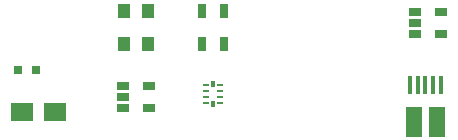
<source format=gbr>
G04 #@! TF.FileFunction,Paste,Top*
%FSLAX46Y46*%
G04 Gerber Fmt 4.6, Leading zero omitted, Abs format (unit mm)*
G04 Created by KiCad (PCBNEW 4.0.6) date 04/12/18 14:55:29*
%MOMM*%
%LPD*%
G01*
G04 APERTURE LIST*
%ADD10C,0.100000*%
%ADD11R,0.400000X1.650000*%
%ADD12R,1.430000X2.500000*%
%ADD13R,1.000000X1.250000*%
%ADD14R,0.800000X0.750000*%
%ADD15R,1.950000X1.500000*%
%ADD16R,0.700000X1.300000*%
%ADD17R,0.530000X0.250000*%
%ADD18R,0.530000X0.200000*%
%ADD19R,0.575000X0.245000*%
%ADD20R,0.300000X0.580000*%
%ADD21R,1.060000X0.650000*%
G04 APERTURE END LIST*
D10*
D11*
X148950000Y-110250000D03*
X149600000Y-110250000D03*
X150250000Y-110250000D03*
X150900000Y-110250000D03*
X151550000Y-110250000D03*
D12*
X149290000Y-113370000D03*
X151210000Y-113370000D03*
D13*
X124750000Y-104000000D03*
X126750000Y-104000000D03*
X126750000Y-106750000D03*
X124750000Y-106750000D03*
D14*
X117250000Y-109000000D03*
X115750000Y-109000000D03*
D15*
X118875000Y-112500000D03*
X116125000Y-112500000D03*
D16*
X133200000Y-106750000D03*
X131300000Y-106750000D03*
X133200000Y-104000000D03*
X131300000Y-104000000D03*
D17*
X132825000Y-110250000D03*
D18*
X132825000Y-110750000D03*
X132825000Y-111250000D03*
D17*
X132825000Y-111750000D03*
X131675000Y-110250000D03*
D18*
X131675000Y-110750000D03*
D19*
X131675000Y-111250000D03*
D17*
X131675000Y-111750000D03*
D20*
X132250000Y-111860000D03*
X132250000Y-110140000D03*
D21*
X149400000Y-104050000D03*
X149400000Y-105000000D03*
X149400000Y-105950000D03*
X151600000Y-105950000D03*
X151600000Y-104050000D03*
X124650000Y-110300000D03*
X124650000Y-111250000D03*
X124650000Y-112200000D03*
X126850000Y-112200000D03*
X126850000Y-110300000D03*
M02*

</source>
